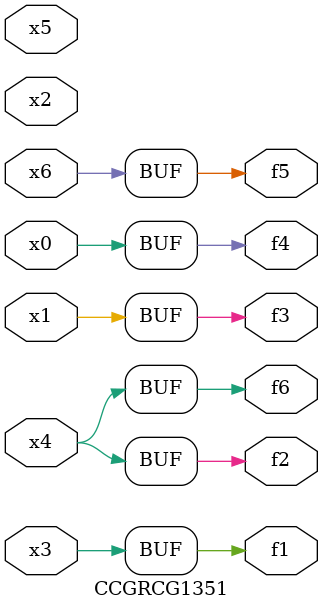
<source format=v>
module CCGRCG1351(
	input x0, x1, x2, x3, x4, x5, x6,
	output f1, f2, f3, f4, f5, f6
);
	assign f1 = x3;
	assign f2 = x4;
	assign f3 = x1;
	assign f4 = x0;
	assign f5 = x6;
	assign f6 = x4;
endmodule

</source>
